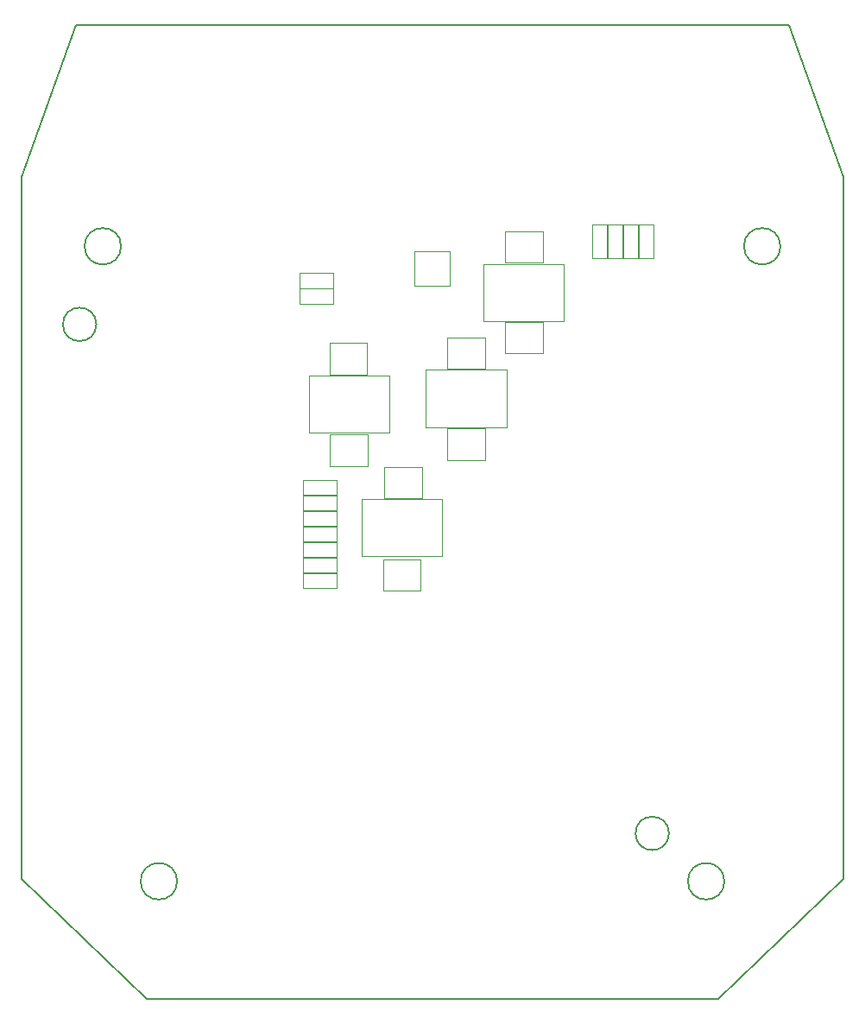
<source format=gbr>
G04 #@! TF.GenerationSoftware,KiCad,Pcbnew,(5.1.0-rc2-21-g16b3c80a7)*
G04 #@! TF.CreationDate,2019-06-05T23:58:20+02:00*
G04 #@! TF.ProjectId,microRusEfi,6d696372-6f52-4757-9345-66692e6b6963,R0.1*
G04 #@! TF.SameCoordinates,Original*
G04 #@! TF.FileFunction,Other,User*
%FSLAX46Y46*%
G04 Gerber Fmt 4.6, Leading zero omitted, Abs format (unit mm)*
G04 Created by KiCad (PCBNEW (5.1.0-rc2-21-g16b3c80a7)) date 2019-06-05 23:58:20*
%MOMM*%
%LPD*%
G04 APERTURE LIST*
%ADD10C,0.200000*%
%ADD11C,0.050000*%
G04 APERTURE END LIST*
D10*
X20600000Y-35538500D02*
X25895900Y-20600000D01*
X32844596Y-116072400D02*
X20601600Y-104381342D01*
X101188000Y-35538500D02*
X95841300Y-20600000D01*
X101189600Y-104381342D02*
X88946604Y-116072400D01*
X25895900Y-20600000D02*
X95841300Y-20600000D01*
X101188000Y-35538500D02*
X101189600Y-104381342D01*
X20600000Y-35538500D02*
X20601600Y-104381342D01*
X84085800Y-99870300D02*
G75*
G03X84085800Y-99870300I-1638300J0D01*
G01*
X32844596Y-116072400D02*
X88946604Y-116072400D01*
X27926400Y-49959301D02*
G75*
G03X27926400Y-49959301I-1638300J0D01*
G01*
X89521400Y-104569300D02*
G75*
G03X89521400Y-104569300I-1790700J0D01*
G01*
X95020499Y-42301200D02*
G75*
G03X95020499Y-42301200I-1790700J0D01*
G01*
X30352101Y-42301200D02*
G75*
G03X30352101Y-42301200I-1790700J0D01*
G01*
X35851200Y-104569300D02*
G75*
G03X35851200Y-104569300I-1790700J0D01*
G01*
D11*
X62583000Y-42813500D02*
X59083000Y-42813500D01*
X62583000Y-46213500D02*
X62583000Y-42813500D01*
X59083000Y-46213500D02*
X62583000Y-46213500D01*
X59083000Y-42813500D02*
X59083000Y-46213500D01*
X51495000Y-71215800D02*
X51495000Y-69755800D01*
X51495000Y-69755800D02*
X48195000Y-69755800D01*
X48195000Y-69755800D02*
X48195000Y-71215800D01*
X48195000Y-71215800D02*
X51495000Y-71215800D01*
X48195000Y-65183800D02*
X48195000Y-66643800D01*
X48195000Y-66643800D02*
X51495000Y-66643800D01*
X51495000Y-66643800D02*
X51495000Y-65183800D01*
X51495000Y-65183800D02*
X48195000Y-65183800D01*
X51495000Y-75787800D02*
X51495000Y-74327800D01*
X51495000Y-74327800D02*
X48195000Y-74327800D01*
X48195000Y-74327800D02*
X48195000Y-75787800D01*
X48195000Y-75787800D02*
X51495000Y-75787800D01*
X51495000Y-74263800D02*
X51495000Y-72803800D01*
X51495000Y-72803800D02*
X48195000Y-72803800D01*
X48195000Y-72803800D02*
X48195000Y-74263800D01*
X48195000Y-74263800D02*
X51495000Y-74263800D01*
X51495000Y-72739800D02*
X51495000Y-71279800D01*
X51495000Y-71279800D02*
X48195000Y-71279800D01*
X48195000Y-71279800D02*
X48195000Y-72739800D01*
X48195000Y-72739800D02*
X51495000Y-72739800D01*
X48195000Y-68231800D02*
X48195000Y-69691800D01*
X48195000Y-69691800D02*
X51495000Y-69691800D01*
X51495000Y-69691800D02*
X51495000Y-68231800D01*
X51495000Y-68231800D02*
X48195000Y-68231800D01*
X48195000Y-66707800D02*
X48195000Y-68167800D01*
X48195000Y-68167800D02*
X51495000Y-68167800D01*
X51495000Y-68167800D02*
X51495000Y-66707800D01*
X51495000Y-66707800D02*
X48195000Y-66707800D01*
X67997500Y-49708000D02*
X67997500Y-52808000D01*
X67997500Y-49708000D02*
X71697500Y-49708000D01*
X71697500Y-52808000D02*
X67997500Y-52808000D01*
X71697500Y-52808000D02*
X71697500Y-49708000D01*
X65897500Y-49625600D02*
X65897500Y-44025600D01*
X73797500Y-49625600D02*
X73797500Y-44025600D01*
X65897500Y-49625600D02*
X73797500Y-49625600D01*
X65897500Y-44025600D02*
X73797500Y-44025600D01*
X67997500Y-40818000D02*
X67997500Y-43918000D01*
X67997500Y-40818000D02*
X71697500Y-40818000D01*
X71697500Y-43918000D02*
X67997500Y-43918000D01*
X71697500Y-43918000D02*
X71697500Y-40818000D01*
X82579000Y-40197300D02*
X81119000Y-40197300D01*
X81119000Y-40197300D02*
X81119000Y-43497300D01*
X81119000Y-43497300D02*
X82579000Y-43497300D01*
X82579000Y-43497300D02*
X82579000Y-40197300D01*
X81055000Y-40197300D02*
X79595000Y-40197300D01*
X79595000Y-40197300D02*
X79595000Y-43497300D01*
X79595000Y-43497300D02*
X81055000Y-43497300D01*
X81055000Y-43497300D02*
X81055000Y-40197300D01*
X79531000Y-40197300D02*
X78071000Y-40197300D01*
X78071000Y-40197300D02*
X78071000Y-43497300D01*
X78071000Y-43497300D02*
X79531000Y-43497300D01*
X79531000Y-43497300D02*
X79531000Y-40197300D01*
X78007000Y-40197300D02*
X76547000Y-40197300D01*
X76547000Y-40197300D02*
X76547000Y-43497300D01*
X76547000Y-43497300D02*
X78007000Y-43497300D01*
X78007000Y-43497300D02*
X78007000Y-40197300D01*
X50852500Y-60744300D02*
X50852500Y-63844300D01*
X50852500Y-60744300D02*
X54552500Y-60744300D01*
X54552500Y-63844300D02*
X50852500Y-63844300D01*
X54552500Y-63844300D02*
X54552500Y-60744300D01*
X50789000Y-51790800D02*
X50789000Y-54890800D01*
X50789000Y-51790800D02*
X54489000Y-51790800D01*
X54489000Y-54890800D02*
X50789000Y-54890800D01*
X54489000Y-54890800D02*
X54489000Y-51790800D01*
X62346000Y-60185500D02*
X62346000Y-63285500D01*
X62346000Y-60185500D02*
X66046000Y-60185500D01*
X66046000Y-63285500D02*
X62346000Y-63285500D01*
X66046000Y-63285500D02*
X66046000Y-60185500D01*
X56034100Y-72974400D02*
X56034100Y-76074400D01*
X56034100Y-72974400D02*
X59734100Y-72974400D01*
X59734100Y-76074400D02*
X56034100Y-76074400D01*
X59734100Y-76074400D02*
X59734100Y-72974400D01*
X62320600Y-51244700D02*
X62320600Y-54344700D01*
X62320600Y-51244700D02*
X66020600Y-51244700D01*
X66020600Y-54344700D02*
X62320600Y-54344700D01*
X66020600Y-54344700D02*
X66020600Y-51244700D01*
X56161100Y-63932000D02*
X56161100Y-67032000D01*
X56161100Y-63932000D02*
X59861100Y-63932000D01*
X59861100Y-67032000D02*
X56161100Y-67032000D01*
X59861100Y-67032000D02*
X59861100Y-63932000D01*
X51177500Y-46387300D02*
X51177500Y-44927300D01*
X51177500Y-44927300D02*
X47877500Y-44927300D01*
X47877500Y-44927300D02*
X47877500Y-46387300D01*
X47877500Y-46387300D02*
X51177500Y-46387300D01*
X51177500Y-47911300D02*
X51177500Y-46451300D01*
X51177500Y-46451300D02*
X47877500Y-46451300D01*
X47877500Y-46451300D02*
X47877500Y-47911300D01*
X47877500Y-47911300D02*
X51177500Y-47911300D01*
X48752500Y-60585800D02*
X48752500Y-54985800D01*
X56652500Y-60585800D02*
X56652500Y-54985800D01*
X48752500Y-60585800D02*
X56652500Y-60585800D01*
X48752500Y-54985800D02*
X56652500Y-54985800D01*
X60258700Y-60027000D02*
X60258700Y-54427000D01*
X68158700Y-60027000D02*
X68158700Y-54427000D01*
X60258700Y-60027000D02*
X68158700Y-60027000D01*
X60258700Y-54427000D02*
X68158700Y-54427000D01*
X53921400Y-72714300D02*
X53921400Y-67114300D01*
X61821400Y-72714300D02*
X61821400Y-67114300D01*
X53921400Y-72714300D02*
X61821400Y-72714300D01*
X53921400Y-67114300D02*
X61821400Y-67114300D01*
M02*

</source>
